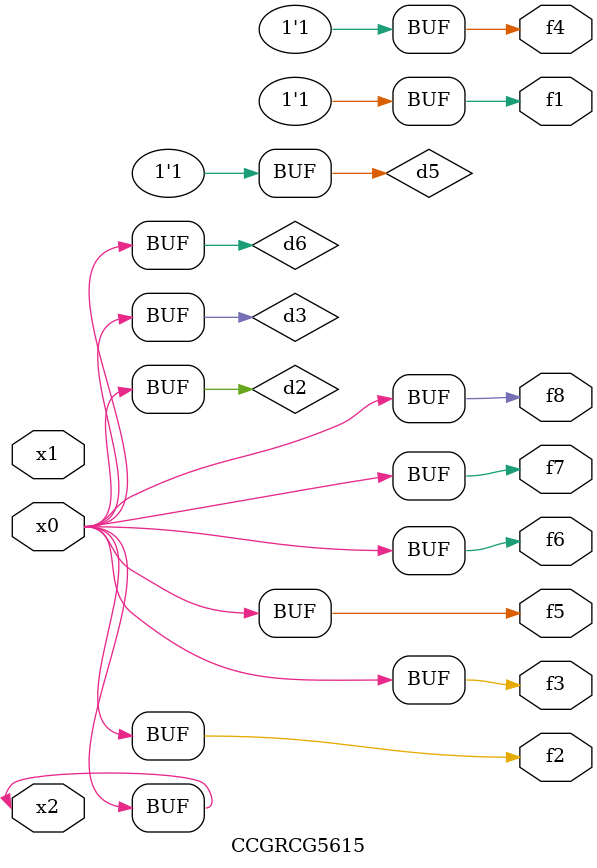
<source format=v>
module CCGRCG5615(
	input x0, x1, x2,
	output f1, f2, f3, f4, f5, f6, f7, f8
);

	wire d1, d2, d3, d4, d5, d6;

	xnor (d1, x2);
	buf (d2, x0, x2);
	and (d3, x0);
	xnor (d4, x1, x2);
	nand (d5, d1, d3);
	buf (d6, d2, d3);
	assign f1 = d5;
	assign f2 = d6;
	assign f3 = d6;
	assign f4 = d5;
	assign f5 = d6;
	assign f6 = d6;
	assign f7 = d6;
	assign f8 = d6;
endmodule

</source>
